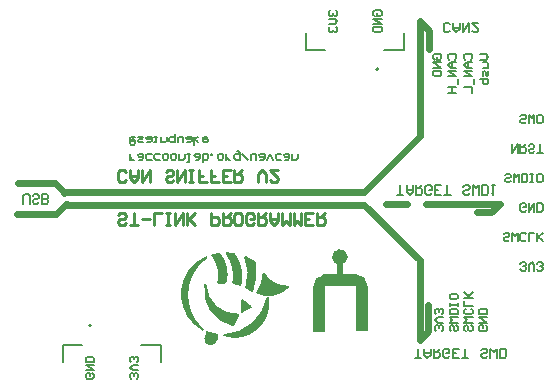
<source format=gbo>
G04*
G04 #@! TF.GenerationSoftware,Altium Limited,Altium Designer,21.6.1 (37)*
G04*
G04 Layer_Color=32896*
%FSLAX44Y44*%
%MOMM*%
G71*
G04*
G04 #@! TF.SameCoordinates,EAE9E012-CB79-4F06-A1C7-66D67BCB4FF7*
G04*
G04*
G04 #@! TF.FilePolarity,Positive*
G04*
G01*
G75*
%ADD10C,0.2000*%
%ADD13C,0.6000*%
%ADD14C,0.2500*%
%ADD15C,0.1270*%
%ADD66C,1.0000*%
%ADD67C,0.1700*%
%ADD83C,0.7000*%
%ADD84C,0.0100*%
%ADD85C,0.5000*%
%ADD86R,1.0000X3.7500*%
%ADD87R,1.0000X3.8250*%
G36*
X148296Y72515D02*
X150054Y69806D01*
X151471Y66903D01*
X152525Y63850D01*
X153202Y60691D01*
X153490Y57473D01*
X153385Y54245D01*
X152890Y51053D01*
X152451Y49499D01*
Y49499D01*
X151674Y49479D01*
X150121Y49388D01*
X148574Y49231D01*
X147035Y49008D01*
X146269Y48871D01*
X146603Y50396D01*
X147011Y53488D01*
X147072Y56607D01*
X146783Y59713D01*
X146149Y62767D01*
X145177Y65731D01*
X143881Y68568D01*
X142275Y71242D01*
X141362Y72507D01*
Y72507D01*
X142087Y72714D01*
X143551Y73078D01*
X145026Y73390D01*
X146512Y73650D01*
X147259Y73753D01*
X148296Y72515D01*
D02*
G37*
G36*
X154109Y74160D02*
X155683Y74098D01*
X157253Y73977D01*
X158818Y73799D01*
X159597Y73682D01*
X160609Y72281D01*
X162328Y69282D01*
X163723Y66119D01*
X164781Y62828D01*
X165487Y59444D01*
X165836Y56005D01*
X165823Y52548D01*
X165448Y49112D01*
X165082Y47423D01*
X165082Y47423D01*
X165082Y47423D01*
X164342Y47676D01*
X162846Y48135D01*
X161331Y48529D01*
X159801Y48857D01*
X159031Y48995D01*
Y48995D01*
X159316Y50633D01*
X159625Y53940D01*
X159585Y57262D01*
X159195Y60561D01*
X158460Y63801D01*
X157388Y66945D01*
X155991Y69959D01*
X154285Y72809D01*
X153321Y74163D01*
X154109Y74160D01*
D02*
G37*
G36*
X170130Y70698D02*
X172201Y69745D01*
X174218Y68683D01*
X176177Y67515D01*
X177124Y66880D01*
X177755Y63780D01*
X178118Y57463D01*
X177574Y51158D01*
X176135Y44996D01*
X174983Y42050D01*
X174396Y42490D01*
X173197Y43333D01*
X171964Y44128D01*
X170701Y44871D01*
X170058Y45224D01*
X170058D01*
X170562Y46803D01*
X171348Y50021D01*
X171833Y53299D01*
X172013Y56607D01*
X171887Y59918D01*
X171455Y63203D01*
X170722Y66434D01*
X169693Y69584D01*
X169070Y71120D01*
X170130Y70698D01*
D02*
G37*
G36*
X185552Y55805D02*
X187516Y53393D01*
X189779Y51259D01*
X192303Y49440D01*
X195043Y47967D01*
X197952Y46866D01*
X200980Y46155D01*
X204076Y45847D01*
X205632Y45846D01*
X204396Y44547D01*
X201554Y42360D01*
X198410Y40637D01*
X195037Y39418D01*
X191517Y38732D01*
X187934Y38597D01*
X184372Y39014D01*
X180917Y39975D01*
X179284Y40715D01*
X180482Y42547D01*
X182453Y46452D01*
X183824Y50606D01*
X184565Y54917D01*
X184692Y57102D01*
X184693D01*
X185552Y55805D01*
D02*
G37*
G36*
X173911Y28626D02*
X172873Y28304D01*
X170855Y27504D01*
X168927Y26505D01*
X167111Y25315D01*
X166250Y24653D01*
Y24653D01*
X166250D01*
Y34214D01*
X173911Y28626D01*
D02*
G37*
G36*
X135439Y47709D02*
X135563Y45947D01*
X136160Y42468D01*
X137212Y39097D01*
X138701Y35896D01*
X140599Y32920D01*
X142874Y30220D01*
X145486Y27845D01*
X148390Y25836D01*
X151533Y24229D01*
X154861Y23051D01*
X158316Y22324D01*
X161836Y22060D01*
X163602Y22103D01*
X163602Y22103D01*
X162803Y21133D01*
X161383Y19063D01*
X160215Y16841D01*
X159314Y14497D01*
X158968Y13290D01*
X158968D01*
X157076Y13660D01*
X153418Y14884D01*
X149950Y16571D01*
X146729Y18691D01*
X143809Y21210D01*
X141239Y24086D01*
X139063Y27270D01*
X137316Y30708D01*
X136029Y34344D01*
X135222Y38115D01*
X134910Y41959D01*
X135097Y45811D01*
X135439Y47709D01*
Y47709D01*
X135439D01*
X135439Y47709D01*
D02*
G37*
G36*
X134218Y69043D02*
X129972Y64987D01*
X126382Y60341D01*
X123529Y55208D01*
X121477Y49706D01*
X120274Y43959D01*
X119945Y38096D01*
X120500Y32250D01*
X121925Y26553D01*
X124187Y21135D01*
X127236Y16116D01*
X131004Y11612D01*
X133130Y9585D01*
X133130Y9585D01*
X130710Y10947D01*
X126370Y14411D01*
X122641Y18527D01*
X119620Y23188D01*
X117386Y28272D01*
X115996Y33649D01*
X115486Y39180D01*
X115870Y44721D01*
X117137Y50128D01*
X119255Y55262D01*
X122169Y59990D01*
X125803Y64190D01*
X127934Y65971D01*
X128937Y66699D01*
X131025Y68037D01*
X133187Y69252D01*
X135414Y70341D01*
X136558Y70820D01*
X134218Y69043D01*
D02*
G37*
G36*
X136146Y8472D02*
X144979Y5509D01*
X144978Y5509D01*
X144986Y5506D01*
X145000Y5496D01*
X145010Y5482D01*
X145015Y5466D01*
X145015Y5458D01*
X145015Y5458D01*
X145015Y5458D01*
Y5458D01*
Y5458D01*
Y5458D01*
Y5458D01*
Y5458D01*
X145054Y1627D01*
X145054Y1614D01*
X145054Y1588D01*
X145055Y1563D01*
X145055Y1537D01*
Y1526D01*
X145055Y1524D01*
D01*
Y1524D01*
Y1524D01*
Y1524D01*
Y1524D01*
Y476D01*
X144233Y-1451D01*
X142721Y-2902D01*
X140761Y-3644D01*
X138668Y-3558D01*
X136776Y-2657D01*
X135388Y-1087D01*
X134727Y901D01*
X134814Y1945D01*
X134815Y1957D01*
X134827Y1979D01*
X134847Y1992D01*
X134871Y1996D01*
X134882Y1993D01*
X136076Y8431D01*
Y8431D01*
X136078Y8442D01*
X136091Y8461D01*
X136111Y8473D01*
X136135Y8476D01*
X136146Y8472D01*
D02*
G37*
G36*
X145015Y5458D02*
Y5458D01*
Y5458D01*
Y5458D01*
D02*
G37*
G36*
X188633Y34431D02*
X188690Y29511D01*
X187898Y24655D01*
X186280Y20008D01*
X183886Y15709D01*
X180786Y11888D01*
X177074Y8657D01*
X172861Y6115D01*
X168273Y4338D01*
X163447Y3377D01*
X158528Y3264D01*
X153663Y3999D01*
X151330Y4781D01*
X151330D01*
X153514Y4961D01*
X157836Y5680D01*
X162053Y6871D01*
X166113Y8518D01*
X169967Y10602D01*
X173569Y13097D01*
X176874Y15973D01*
X179842Y19195D01*
X182439Y22725D01*
X184631Y26518D01*
X186392Y30530D01*
X187701Y34711D01*
X188181Y36850D01*
X188633Y34431D01*
D02*
G37*
%LPC*%
G36*
X145054Y1627D02*
X145055Y1524D01*
Y1526D01*
X145054Y1627D01*
D02*
G37*
G36*
X145055Y1524D02*
Y1524D01*
Y1524D01*
Y1524D01*
X145055Y1524D01*
X145055Y1524D01*
D02*
G37*
%LPD*%
D10*
X38500Y13000D02*
G03*
X38500Y13000I-1000J0D01*
G01*
X281750Y230000D02*
G03*
X281750Y230000I-1000J0D01*
G01*
X-18750Y116003D02*
Y122667D01*
X-17417Y124000D01*
X-14751D01*
X-13418Y122667D01*
Y116003D01*
X-5421Y117336D02*
X-6754Y116003D01*
X-9420D01*
X-10753Y117336D01*
Y118668D01*
X-9420Y120001D01*
X-6754D01*
X-5421Y121334D01*
Y122667D01*
X-6754Y124000D01*
X-9420D01*
X-10753Y122667D01*
X-2755Y116003D02*
Y124000D01*
X1244D01*
X2576Y122667D01*
Y121334D01*
X1244Y120001D01*
X-2755D01*
X1244D01*
X2576Y118668D01*
Y117336D01*
X1244Y116003D01*
X-2755D01*
X312750Y-14497D02*
X318082D01*
X315416D01*
Y-6500D01*
X320747D02*
Y-11832D01*
X323413Y-14497D01*
X326079Y-11832D01*
Y-6500D01*
Y-10499D01*
X320747D01*
X328745Y-6500D02*
Y-14497D01*
X332744D01*
X334076Y-13164D01*
Y-10499D01*
X332744Y-9166D01*
X328745D01*
X331411D02*
X334076Y-6500D01*
X342074Y-13164D02*
X340741Y-14497D01*
X338075D01*
X336742Y-13164D01*
Y-7833D01*
X338075Y-6500D01*
X340741D01*
X342074Y-7833D01*
Y-10499D01*
X339408D01*
X350071Y-14497D02*
X344740D01*
Y-6500D01*
X350071D01*
X344740Y-10499D02*
X347406D01*
X352737Y-14497D02*
X358069D01*
X355403D01*
Y-6500D01*
X374063Y-13164D02*
X372731Y-14497D01*
X370065D01*
X368732Y-13164D01*
Y-11832D01*
X370065Y-10499D01*
X372731D01*
X374063Y-9166D01*
Y-7833D01*
X372731Y-6500D01*
X370065D01*
X368732Y-7833D01*
X376729Y-14497D02*
Y-6500D01*
X379395Y-9166D01*
X382061Y-6500D01*
Y-14497D01*
X384727D02*
Y-6500D01*
X388726D01*
X390058Y-7833D01*
Y-13164D01*
X388726Y-14497D01*
X384727D01*
X297750Y123753D02*
X303082D01*
X300416D01*
Y131750D01*
X305747D02*
Y126418D01*
X308413Y123753D01*
X311079Y126418D01*
Y131750D01*
Y127751D01*
X305747D01*
X313745Y131750D02*
Y123753D01*
X317744D01*
X319076Y125085D01*
Y127751D01*
X317744Y129084D01*
X313745D01*
X316411D02*
X319076Y131750D01*
X327074Y125085D02*
X325741Y123753D01*
X323075D01*
X321742Y125085D01*
Y130417D01*
X323075Y131750D01*
X325741D01*
X327074Y130417D01*
Y127751D01*
X324408D01*
X335071Y123753D02*
X329740D01*
Y131750D01*
X335071D01*
X329740Y127751D02*
X332406D01*
X337737Y123753D02*
X343069D01*
X340403D01*
Y131750D01*
X359063Y125085D02*
X357731Y123753D01*
X355065D01*
X353732Y125085D01*
Y126418D01*
X355065Y127751D01*
X357731D01*
X359063Y129084D01*
Y130417D01*
X357731Y131750D01*
X355065D01*
X353732Y130417D01*
X361729Y123753D02*
Y131750D01*
X364395Y129084D01*
X367061Y131750D01*
Y123753D01*
X369727D02*
Y131750D01*
X373726D01*
X375058Y130417D01*
Y125085D01*
X373726Y123753D01*
X369727D01*
X377724Y131750D02*
X380390D01*
X379057D01*
Y123753D01*
X377724Y125085D01*
X342582Y262586D02*
X341249Y261253D01*
X338583D01*
X337250Y262586D01*
Y267917D01*
X338583Y269250D01*
X341249D01*
X342582Y267917D01*
X345247Y269250D02*
Y263918D01*
X347913Y261253D01*
X350579Y263918D01*
Y269250D01*
Y265251D01*
X345247D01*
X353245Y269250D02*
Y261253D01*
X358576Y269250D01*
Y261253D01*
X366574Y269250D02*
X361242D01*
X366574Y263918D01*
Y262586D01*
X365241Y261253D01*
X362575D01*
X361242Y262586D01*
D13*
X-23250Y133500D02*
X8000D01*
X15750Y125750D01*
Y125250D02*
Y125750D01*
X-24250Y107500D02*
X9000D01*
X17500Y116000D01*
X18000D01*
X365250Y108750D02*
X377250D01*
X384500Y116000D01*
X322000D02*
X384500D01*
X288750Y115750D02*
X306500D01*
X324000Y8250D02*
Y30250D01*
X316750Y1000D02*
X324000Y8250D01*
X316750Y1000D02*
Y68250D01*
X269750Y115250D02*
X316750Y68250D01*
X17000Y115250D02*
X269750Y115250D01*
X324500Y247500D02*
Y262750D01*
X316750Y270500D02*
X324500Y262750D01*
X316750Y173250D02*
Y270500D01*
X269500Y126000D02*
X316750Y173250D01*
X15750Y126000D02*
X269500Y126000D01*
D14*
X68415Y100177D02*
X66748Y98511D01*
X63416D01*
X61750Y100177D01*
Y101843D01*
X63416Y103510D01*
X66748D01*
X68415Y105176D01*
Y106842D01*
X66748Y108508D01*
X63416D01*
X61750Y106842D01*
X71747Y98511D02*
X78411D01*
X75079D01*
Y108508D01*
X81743Y103510D02*
X88408D01*
X91740Y98511D02*
Y108508D01*
X98405D01*
X101737Y98511D02*
X105069D01*
X103403D01*
Y108508D01*
X101737D01*
X105069D01*
X110068D02*
Y98511D01*
X116732Y108508D01*
Y98511D01*
X120064D02*
Y108508D01*
Y105176D01*
X126729Y98511D01*
X121731Y103510D01*
X126729Y108508D01*
X140058D02*
Y98511D01*
X145056D01*
X146723Y100177D01*
Y103510D01*
X145056Y105176D01*
X140058D01*
X150055Y108508D02*
Y98511D01*
X155053D01*
X156719Y100177D01*
Y103510D01*
X155053Y105176D01*
X150055D01*
X153387D02*
X156719Y108508D01*
X165050Y98511D02*
X161718D01*
X160052Y100177D01*
Y106842D01*
X161718Y108508D01*
X165050D01*
X166716Y106842D01*
Y100177D01*
X165050Y98511D01*
X176713Y100177D02*
X175047Y98511D01*
X171714D01*
X170048Y100177D01*
Y106842D01*
X171714Y108508D01*
X175047D01*
X176713Y106842D01*
Y103510D01*
X173381D01*
X180045Y108508D02*
Y98511D01*
X185044D01*
X186710Y100177D01*
Y103510D01*
X185044Y105176D01*
X180045D01*
X183377D02*
X186710Y108508D01*
X190042D02*
Y101843D01*
X193374Y98511D01*
X196707Y101843D01*
Y108508D01*
Y103510D01*
X190042D01*
X200039Y108508D02*
Y98511D01*
X203371Y101843D01*
X206703Y98511D01*
Y108508D01*
X210035D02*
Y98511D01*
X213368Y101843D01*
X216700Y98511D01*
Y108508D01*
X226697Y98511D02*
X220032D01*
Y108508D01*
X226697D01*
X220032Y103510D02*
X223365D01*
X230029Y108508D02*
Y98511D01*
X235028D01*
X236694Y100177D01*
Y103510D01*
X235028Y105176D01*
X230029D01*
X233361D02*
X236694Y108508D01*
X68415Y136169D02*
X66748Y134503D01*
X63416D01*
X61750Y136169D01*
Y142834D01*
X63416Y144500D01*
X66748D01*
X68415Y142834D01*
X71747Y144500D02*
Y137836D01*
X75079Y134503D01*
X78411Y137836D01*
Y144500D01*
Y139502D01*
X71747D01*
X81743Y144500D02*
Y134503D01*
X88408Y144500D01*
Y134503D01*
X108402Y136169D02*
X106735Y134503D01*
X103403D01*
X101737Y136169D01*
Y137836D01*
X103403Y139502D01*
X106735D01*
X108402Y141168D01*
Y142834D01*
X106735Y144500D01*
X103403D01*
X101737Y142834D01*
X111734Y144500D02*
Y134503D01*
X118398Y144500D01*
Y134503D01*
X121731D02*
X125063D01*
X123397D01*
Y144500D01*
X121731D01*
X125063D01*
X136726Y134503D02*
X130061D01*
Y139502D01*
X133393D01*
X130061D01*
Y144500D01*
X146723Y134503D02*
X140058D01*
Y139502D01*
X143390D01*
X140058D01*
Y144500D01*
X156719Y134503D02*
X150055D01*
Y144500D01*
X156719D01*
X150055Y139502D02*
X153387D01*
X160052Y144500D02*
Y134503D01*
X165050D01*
X166716Y136169D01*
Y139502D01*
X165050Y141168D01*
X160052D01*
X163384D02*
X166716Y144500D01*
X180045Y134503D02*
Y141168D01*
X183377Y144500D01*
X186710Y141168D01*
Y134503D01*
X196707Y144500D02*
X190042D01*
X196707Y137836D01*
Y136169D01*
X195040Y134503D01*
X191708D01*
X190042Y136169D01*
D15*
X159597Y73682D02*
G03*
X153321Y74163I-6416J-42518D01*
G01*
X165082Y47423D02*
G03*
X159031Y48995I-12086J-34077D01*
G01*
X163602Y22103D02*
G03*
X158968Y13290I16152J-14118D01*
G01*
X147259Y73753D02*
G03*
X141362Y72507I5922J-42590D01*
G01*
X179284Y40715D02*
G03*
X184692Y57102I-24027J17015D01*
G01*
X174983Y42050D02*
G03*
X177124Y66880I-41018J16045D01*
G01*
X165082Y47423D02*
G03*
X159597Y73682I-32193J6978D01*
G01*
X159031Y48995D02*
G03*
X153321Y74163I-30896J6222D01*
G01*
X146269Y48871D02*
G03*
X141362Y72507I-27036J6714D01*
G01*
X184693Y57102D02*
G03*
X205632Y45846I20175J12426D01*
G01*
X136558Y70820D02*
G03*
X127934Y65971I16623J-39656D01*
G01*
X177124Y66880D02*
G03*
X169070Y71120I-23943J-35717D01*
G01*
X152451Y49499D02*
G03*
X146269Y48871I545J-36153D01*
G01*
X174983Y42050D02*
G03*
X170058Y45224I-21987J-28704D01*
G01*
X170058D02*
G03*
X169070Y71120I-33861J11675D01*
G01*
X152451Y49499D02*
G03*
X147259Y73753I-25535J7217D01*
G01*
X173911Y28626D02*
G03*
X166250Y24653I5843J-20641D01*
G01*
X135439Y47709D02*
G03*
X163602Y22103I26628J996D01*
G01*
X135439Y47709D02*
G03*
X158968Y13290I29236J-5266D01*
G01*
X136558Y70820D02*
G03*
X133130Y9585I22438J-31970D01*
G01*
X127934Y65971D02*
G03*
X133130Y9585I22073J-26398D01*
G01*
X179284Y40715D02*
G03*
X205632Y45846I9565J21095D01*
G01*
X151330Y4781D02*
G03*
X188181Y36850I9002J26864D01*
G01*
X151330Y4781D02*
G03*
X188181Y36850I-2173J39705D01*
G01*
X166250Y24653D02*
Y34214D01*
X173911Y28626D01*
X15000Y-17800D02*
Y-3500D01*
X31250D01*
X81250D02*
X97500D01*
Y-17800D02*
Y-3500D01*
X303250Y246500D02*
Y260800D01*
X287000Y246500D02*
X303250D01*
X220750D02*
X237000D01*
X220750D02*
Y260800D01*
D66*
X237723Y51749D02*
G03*
X231574Y45567I12J-6162D01*
G01*
X267750Y45750D02*
G03*
X262036Y51814I-6000J71D01*
G01*
X237723Y51749D02*
X261250Y51750D01*
D67*
X241287Y279807D02*
X240121Y278640D01*
Y276308D01*
X241287Y275142D01*
X242453D01*
X243619Y276308D01*
Y277474D01*
Y276308D01*
X244786Y275142D01*
X245952D01*
X247118Y276308D01*
Y278640D01*
X245952Y279807D01*
X240121Y272809D02*
X244786D01*
X247118Y270476D01*
X244786Y268144D01*
X240121D01*
X241287Y265811D02*
X240121Y264645D01*
Y262312D01*
X241287Y261146D01*
X242453D01*
X243619Y262312D01*
Y263479D01*
Y262312D01*
X244786Y261146D01*
X245952D01*
X247118Y262312D01*
Y264645D01*
X245952Y265811D01*
X278719Y275142D02*
X277552Y276308D01*
Y278640D01*
X278719Y279807D01*
X283384D01*
X284550Y278640D01*
Y276308D01*
X283384Y275142D01*
X281051D01*
Y277474D01*
X284550Y272809D02*
X277552D01*
X284550Y268144D01*
X277552D01*
Y265811D02*
X284550D01*
Y262312D01*
X283384Y261146D01*
X278719D01*
X277552Y262312D01*
Y265811D01*
X372963Y13115D02*
X374129Y11949D01*
Y9616D01*
X372963Y8450D01*
X368298D01*
X367132Y9616D01*
Y11949D01*
X368298Y13115D01*
X370631D01*
Y10783D01*
X367132Y15448D02*
X374129D01*
X367132Y20113D01*
X374129D01*
Y22445D02*
X367132D01*
Y25944D01*
X368298Y27111D01*
X372963D01*
X374129Y25944D01*
Y22445D01*
X360486Y13115D02*
X361652Y11949D01*
Y9616D01*
X360486Y8450D01*
X359320D01*
X358153Y9616D01*
Y11949D01*
X356987Y13115D01*
X355821D01*
X354655Y11949D01*
Y9616D01*
X355821Y8450D01*
X361652Y15448D02*
X354655D01*
X356987Y17780D01*
X354655Y20113D01*
X361652D01*
X360486Y27111D02*
X361652Y25944D01*
Y23612D01*
X360486Y22445D01*
X355821D01*
X354655Y23612D01*
Y25944D01*
X355821Y27111D01*
X361652Y29443D02*
X354655D01*
Y34108D01*
X361652Y36441D02*
X354655D01*
X356987D01*
X361652Y41106D01*
X358153Y37607D01*
X354655Y41106D01*
X348009Y13115D02*
X349175Y11949D01*
Y9616D01*
X348009Y8450D01*
X346842D01*
X345676Y9616D01*
Y11949D01*
X344510Y13115D01*
X343344D01*
X342177Y11949D01*
Y9616D01*
X343344Y8450D01*
X349175Y15448D02*
X342177D01*
X344510Y17780D01*
X342177Y20113D01*
X349175D01*
Y22445D02*
X342177D01*
Y25944D01*
X343344Y27111D01*
X348009D01*
X349175Y25944D01*
Y22445D01*
Y29443D02*
Y31776D01*
Y30610D01*
X342177D01*
Y29443D01*
Y31776D01*
X349175Y38774D02*
Y36441D01*
X348009Y35275D01*
X343344D01*
X342177Y36441D01*
Y38774D01*
X343344Y39940D01*
X348009D01*
X349175Y38774D01*
X335531Y8450D02*
X336698Y9616D01*
Y11949D01*
X335531Y13115D01*
X334365D01*
X333199Y11949D01*
Y10783D01*
Y11949D01*
X332033Y13115D01*
X330866D01*
X329700Y11949D01*
Y9616D01*
X330866Y8450D01*
X336698Y15448D02*
X332033D01*
X329700Y17780D01*
X332033Y20113D01*
X336698D01*
X335531Y22445D02*
X336698Y23612D01*
Y25944D01*
X335531Y27111D01*
X334365D01*
X333199Y25944D01*
Y24778D01*
Y25944D01*
X332033Y27111D01*
X330866D01*
X329700Y25944D01*
Y23612D01*
X330866Y22445D01*
X77213Y-32057D02*
X78379Y-30891D01*
Y-28558D01*
X77213Y-27392D01*
X76047D01*
X74880Y-28558D01*
Y-29724D01*
Y-28558D01*
X73714Y-27392D01*
X72548D01*
X71382Y-28558D01*
Y-30891D01*
X72548Y-32057D01*
X78379Y-25059D02*
X73714D01*
X71382Y-22726D01*
X73714Y-20394D01*
X78379D01*
X77213Y-18061D02*
X78379Y-16895D01*
Y-14562D01*
X77213Y-13396D01*
X76047D01*
X74880Y-14562D01*
Y-15729D01*
Y-14562D01*
X73714Y-13396D01*
X72548D01*
X71382Y-14562D01*
Y-16895D01*
X72548Y-18061D01*
X39781Y-27392D02*
X40948Y-28558D01*
Y-30891D01*
X39781Y-32057D01*
X35116D01*
X33950Y-30891D01*
Y-28558D01*
X35116Y-27392D01*
X37449D01*
Y-29724D01*
X33950Y-25059D02*
X40948D01*
X33950Y-20394D01*
X40948D01*
Y-18061D02*
X33950D01*
Y-14562D01*
X35116Y-13396D01*
X39781D01*
X40948Y-14562D01*
Y-18061D01*
X402193Y60696D02*
X403359Y59530D01*
X405692D01*
X406858Y60696D01*
Y61862D01*
X405692Y63029D01*
X404526D01*
X405692D01*
X406858Y64195D01*
Y65361D01*
X405692Y66528D01*
X403359D01*
X402193Y65361D01*
X409191Y59530D02*
Y64195D01*
X411524Y66528D01*
X413856Y64195D01*
Y59530D01*
X416189Y60696D02*
X417355Y59530D01*
X419688D01*
X420854Y60696D01*
Y61862D01*
X419688Y63029D01*
X418521D01*
X419688D01*
X420854Y64195D01*
Y65361D01*
X419688Y66528D01*
X417355D01*
X416189Y65361D01*
X392863Y85651D02*
X391697Y84484D01*
X389364D01*
X388198Y85651D01*
Y86817D01*
X389364Y87983D01*
X391697D01*
X392863Y89150D01*
Y90316D01*
X391697Y91482D01*
X389364D01*
X388198Y90316D01*
X395196Y84484D02*
Y91482D01*
X397528Y89150D01*
X399861Y91482D01*
Y84484D01*
X406858Y85651D02*
X405692Y84484D01*
X403359D01*
X402193Y85651D01*
Y90316D01*
X403359Y91482D01*
X405692D01*
X406858Y90316D01*
X409191Y84484D02*
Y91482D01*
X413856D01*
X416189Y84484D02*
Y91482D01*
Y89150D01*
X420854Y84484D01*
X417355Y87983D01*
X420854Y91482D01*
X406858Y110605D02*
X405692Y109439D01*
X403359D01*
X402193Y110605D01*
Y115270D01*
X403359Y116437D01*
X405692D01*
X406858Y115270D01*
Y112938D01*
X404526D01*
X409191Y116437D02*
Y109439D01*
X413856Y116437D01*
Y109439D01*
X416189D02*
Y116437D01*
X419688D01*
X420854Y115270D01*
Y110605D01*
X419688Y109439D01*
X416189D01*
X394029Y135560D02*
X392863Y134393D01*
X390530D01*
X389364Y135560D01*
Y136726D01*
X390530Y137892D01*
X392863D01*
X394029Y139059D01*
Y140225D01*
X392863Y141391D01*
X390530D01*
X389364Y140225D01*
X396362Y134393D02*
Y141391D01*
X398694Y139059D01*
X401027Y141391D01*
Y134393D01*
X403359D02*
Y141391D01*
X406858D01*
X408025Y140225D01*
Y135560D01*
X406858Y134393D01*
X403359D01*
X410357D02*
X412690D01*
X411524D01*
Y141391D01*
X410357D01*
X412690D01*
X419688Y134393D02*
X417355D01*
X416189Y135560D01*
Y140225D01*
X417355Y141391D01*
X419688D01*
X420854Y140225D01*
Y135560D01*
X419688Y134393D01*
X395196Y166346D02*
Y159348D01*
X399861Y166346D01*
Y159348D01*
X402193Y166346D02*
Y159348D01*
X405692D01*
X406858Y160514D01*
Y162847D01*
X405692Y164013D01*
X402193D01*
X404526D02*
X406858Y166346D01*
X413856Y160514D02*
X412690Y159348D01*
X410357D01*
X409191Y160514D01*
Y161680D01*
X410357Y162847D01*
X412690D01*
X413856Y164013D01*
Y165179D01*
X412690Y166346D01*
X410357D01*
X409191Y165179D01*
X416189Y159348D02*
X420854D01*
X418521D01*
Y166346D01*
X406858Y185469D02*
X405692Y184302D01*
X403359D01*
X402193Y185469D01*
Y186635D01*
X403359Y187801D01*
X405692D01*
X406858Y188967D01*
Y190134D01*
X405692Y191300D01*
X403359D01*
X402193Y190134D01*
X409191Y184302D02*
Y191300D01*
X411524Y188967D01*
X413856Y191300D01*
Y184302D01*
X419688D02*
X417355D01*
X416189Y185469D01*
Y190134D01*
X417355Y191300D01*
X419688D01*
X420854Y190134D01*
Y185469D01*
X419688Y184302D01*
X71200Y153492D02*
Y158158D01*
Y155825D01*
X72366Y154659D01*
X73533Y153492D01*
X74699D01*
X79364D02*
X81697D01*
X82863Y154659D01*
Y158158D01*
X79364D01*
X78198Y156991D01*
X79364Y155825D01*
X82863D01*
X89861Y153492D02*
X86362D01*
X85196Y154659D01*
Y156991D01*
X86362Y158158D01*
X89861D01*
X96858Y153492D02*
X93359D01*
X92193Y154659D01*
Y156991D01*
X93359Y158158D01*
X96858D01*
X100357D02*
X102690D01*
X103856Y156991D01*
Y154659D01*
X102690Y153492D01*
X100357D01*
X99191Y154659D01*
Y156991D01*
X100357Y158158D01*
X107355D02*
X109688D01*
X110854Y156991D01*
Y154659D01*
X109688Y153492D01*
X107355D01*
X106189Y154659D01*
Y156991D01*
X107355Y158158D01*
X113187D02*
Y153492D01*
X116685D01*
X117852Y154659D01*
Y158158D01*
X120184D02*
X122517D01*
X121350D01*
Y151160D01*
X120184D01*
X127182Y153492D02*
X129515D01*
X130681Y154659D01*
Y158158D01*
X127182D01*
X126016Y156991D01*
X127182Y155825D01*
X130681D01*
X133013Y151160D02*
Y158158D01*
X136512D01*
X137679Y156991D01*
Y155825D01*
Y154659D01*
X136512Y153492D01*
X133013D01*
X140011Y158158D02*
Y156991D01*
X141178D01*
Y158158D01*
X140011D01*
X147009D02*
X149341D01*
X150508Y156991D01*
Y154659D01*
X149341Y153492D01*
X147009D01*
X145843Y154659D01*
Y156991D01*
X147009Y158158D01*
X152840Y153492D02*
Y158158D01*
Y155825D01*
X154007Y154659D01*
X155173Y153492D01*
X156339D01*
X162171Y160490D02*
X163337D01*
X164503Y159324D01*
Y153492D01*
X161004D01*
X159838Y154659D01*
Y156991D01*
X161004Y158158D01*
X164503D01*
X166836D02*
X171501Y153492D01*
X173834D02*
Y156991D01*
X175000Y158158D01*
X178499D01*
Y153492D01*
X181998D02*
X184330D01*
X185497Y154659D01*
Y158158D01*
X181998D01*
X180831Y156991D01*
X181998Y155825D01*
X185497D01*
X187829Y153492D02*
X190162Y158158D01*
X192494Y153492D01*
X199492D02*
X195993D01*
X194827Y154659D01*
Y156991D01*
X195993Y158158D01*
X199492D01*
X202991Y153492D02*
X205324D01*
X206490Y154659D01*
Y158158D01*
X202991D01*
X201825Y156991D01*
X202991Y155825D01*
X206490D01*
X208822Y158158D02*
Y153492D01*
X212321D01*
X213488Y154659D01*
Y158158D01*
X74699Y170635D02*
Y169469D01*
X73533D01*
Y170635D01*
X74699D01*
X75865Y169469D01*
Y167136D01*
X74699Y165970D01*
X72366D01*
X71200Y167136D01*
Y171801D01*
X72366Y172967D01*
X75865D01*
X78198D02*
X81697D01*
X82863Y171801D01*
X81697Y170635D01*
X79364D01*
X78198Y169469D01*
X79364Y168302D01*
X82863D01*
X86362D02*
X88694D01*
X89861Y169469D01*
Y172967D01*
X86362D01*
X85196Y171801D01*
X86362Y170635D01*
X89861D01*
X92193Y172967D02*
X94526D01*
X93359D01*
Y168302D01*
X92193D01*
X98025Y172967D02*
Y168302D01*
X101524D01*
X102690Y169469D01*
Y172967D01*
X109688Y175300D02*
Y168302D01*
X106189D01*
X105022Y169469D01*
Y171801D01*
X106189Y172967D01*
X109688D01*
X112020Y168302D02*
Y171801D01*
X113187Y172967D01*
X116685D01*
Y168302D01*
X120184D02*
X122517D01*
X123683Y169469D01*
Y172967D01*
X120184D01*
X119018Y171801D01*
X120184Y170635D01*
X123683D01*
X126016Y172967D02*
Y165970D01*
Y170635D02*
X129515Y168302D01*
X126016Y170635D02*
X129515Y172967D01*
X136512D02*
X134180D01*
X133013Y171801D01*
Y169469D01*
X134180Y168302D01*
X136512D01*
X137679Y169469D01*
Y170635D01*
X133013D01*
X329454Y238135D02*
X328288Y239301D01*
Y241634D01*
X329454Y242800D01*
X334119D01*
X335286Y241634D01*
Y239301D01*
X334119Y238135D01*
X331787D01*
Y240467D01*
X335286Y235802D02*
X328288D01*
X335286Y231137D01*
X328288D01*
Y228804D02*
X335286D01*
Y225306D01*
X334119Y224139D01*
X329454D01*
X328288Y225306D01*
Y228804D01*
X341931Y238135D02*
X340765Y239301D01*
Y241634D01*
X341931Y242800D01*
X346597D01*
X347763Y241634D01*
Y239301D01*
X346597Y238135D01*
X347763Y235802D02*
X343098D01*
X340765Y233470D01*
X343098Y231137D01*
X347763D01*
X344264D01*
Y235802D01*
X347763Y228804D02*
X340765D01*
X347763Y224139D01*
X340765D01*
X348929Y221807D02*
Y217142D01*
X340765Y214809D02*
X347763D01*
X344264D01*
Y210144D01*
X340765D01*
X347763D01*
X355575Y238135D02*
X354409Y239301D01*
Y241634D01*
X355575Y242800D01*
X360240D01*
X361407Y241634D01*
Y239301D01*
X360240Y238135D01*
X361407Y235802D02*
X356741D01*
X354409Y233470D01*
X356741Y231137D01*
X361407D01*
X357908D01*
Y235802D01*
X361407Y228804D02*
X354409D01*
X361407Y224139D01*
X354409D01*
X362573Y221807D02*
Y217142D01*
X354409Y214809D02*
X361407D01*
Y210144D01*
X368052Y242800D02*
X372717D01*
X375050Y240467D01*
X372717Y238135D01*
X368052D01*
X370385Y235802D02*
X373884D01*
X375050Y234636D01*
Y231137D01*
X370385D01*
X375050Y228804D02*
Y225306D01*
X373884Y224139D01*
X372717Y225306D01*
Y227638D01*
X371551Y228804D01*
X370385Y227638D01*
Y224139D01*
X368052Y221807D02*
X375050D01*
Y218308D01*
X373884Y217142D01*
X372717D01*
X371551D01*
X370385Y218308D01*
Y221807D01*
D83*
X252538Y71000D02*
G03*
X252538Y71000I-3288J0D01*
G01*
D84*
X134867Y1941D02*
G03*
X144976Y2026I5058J-417D01*
G01*
X136129Y8421D02*
X144961Y5458D01*
X145001Y1524D01*
X134850D02*
X136129Y8421D01*
D85*
X249250Y55500D02*
Y69750D01*
D86*
X231500Y26500D02*
D03*
D87*
X267750Y26625D02*
D03*
M02*

</source>
